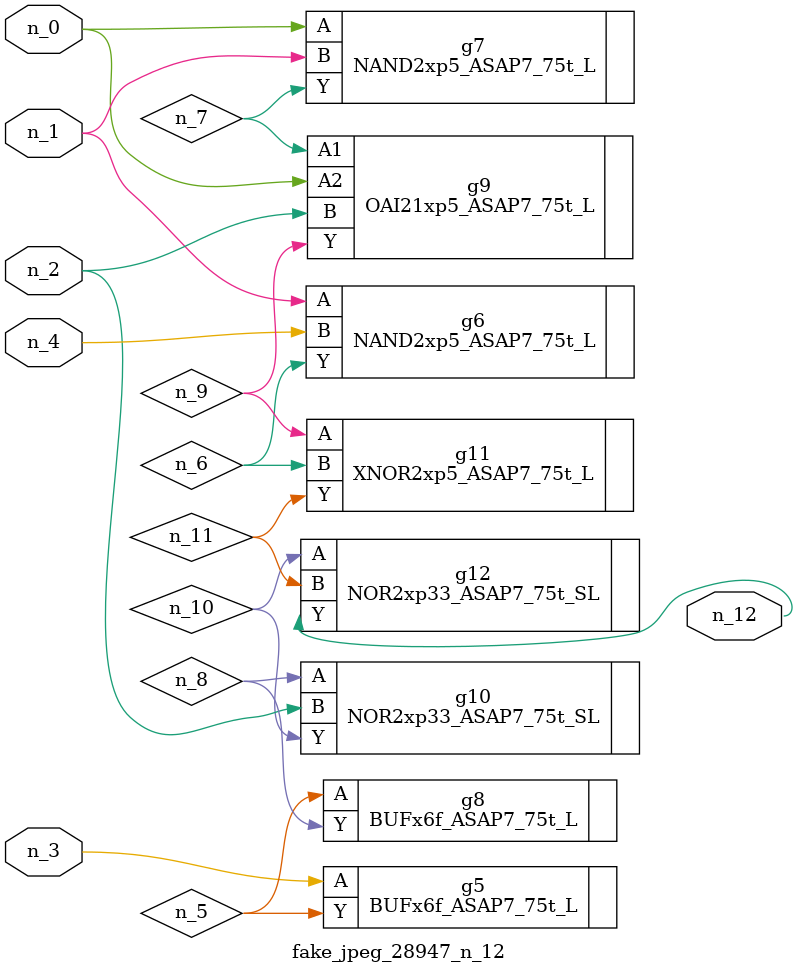
<source format=v>
module fake_jpeg_28947_n_12 (n_3, n_2, n_1, n_0, n_4, n_12);

input n_3;
input n_2;
input n_1;
input n_0;
input n_4;

output n_12;

wire n_11;
wire n_10;
wire n_8;
wire n_9;
wire n_6;
wire n_5;
wire n_7;

BUFx6f_ASAP7_75t_L g5 ( 
.A(n_3),
.Y(n_5)
);

NAND2xp5_ASAP7_75t_L g6 ( 
.A(n_1),
.B(n_4),
.Y(n_6)
);

NAND2xp5_ASAP7_75t_L g7 ( 
.A(n_0),
.B(n_1),
.Y(n_7)
);

BUFx6f_ASAP7_75t_L g8 ( 
.A(n_5),
.Y(n_8)
);

NOR2xp33_ASAP7_75t_SL g10 ( 
.A(n_8),
.B(n_2),
.Y(n_10)
);

OAI21xp5_ASAP7_75t_L g9 ( 
.A1(n_7),
.A2(n_0),
.B(n_2),
.Y(n_9)
);

XNOR2xp5_ASAP7_75t_L g11 ( 
.A(n_9),
.B(n_6),
.Y(n_11)
);

NOR2xp33_ASAP7_75t_SL g12 ( 
.A(n_10),
.B(n_11),
.Y(n_12)
);


endmodule
</source>
